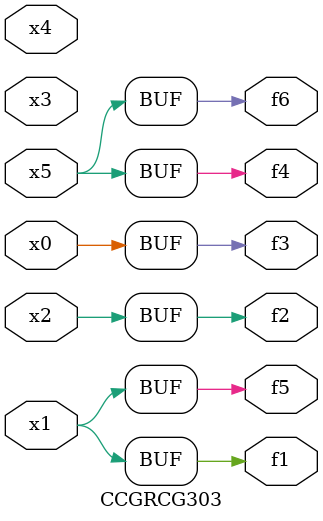
<source format=v>
module CCGRCG303(
	input x0, x1, x2, x3, x4, x5,
	output f1, f2, f3, f4, f5, f6
);
	assign f1 = x1;
	assign f2 = x2;
	assign f3 = x0;
	assign f4 = x5;
	assign f5 = x1;
	assign f6 = x5;
endmodule

</source>
